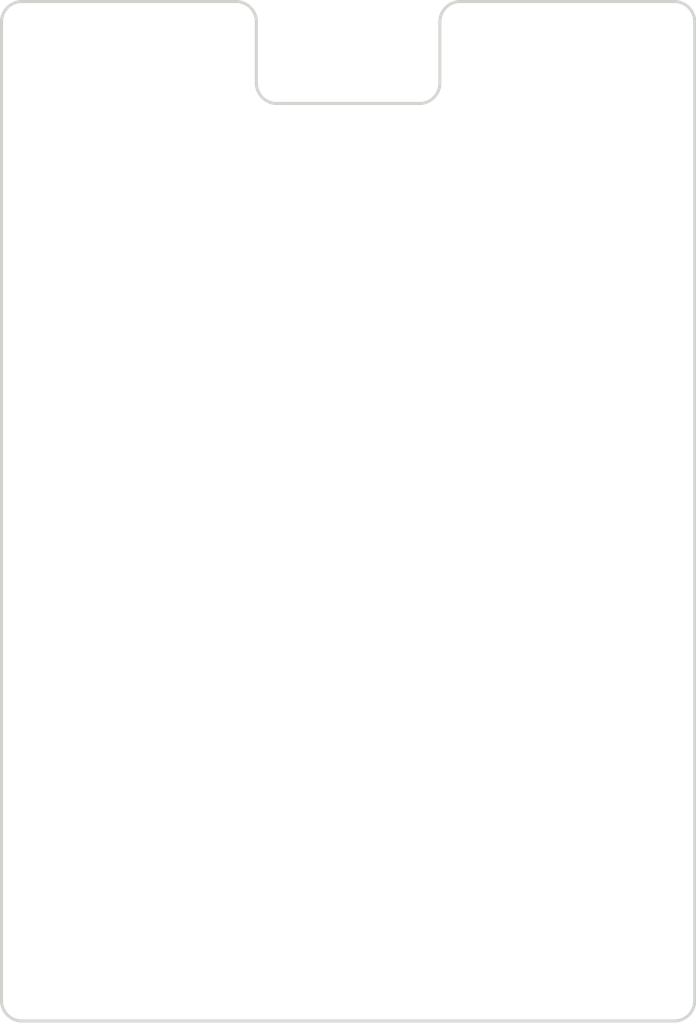
<source format=kicad_pcb>
(kicad_pcb (version 20211014) (generator pcbnew)
  (title_block (title "centerplate/ortho_wings") (rev "v1.0.0") (company "Unknown"))
  (layers (0 "F.Cu" signal) (31 "B.Cu" signal) (34 "B.Paste" user) (35 "F.Paste" user) (36 "B.SilkS" user "B.Silkscreen") (37 "F.SilkS" user "F.Silkscreen") (38 "B.Mask" user) (39 "F.Mask" user) (44 "Edge.Cuts" user))
  (net 0 "")
  (footprint "0-jasonhazel-footprints:MountingHole_2.2mm_M2" (layer "F.Cu") (at 130.5 4.2)
    (fp_text reference "H4")
    (fp_text value "")
    (pad "" np_thru_hole circle (at 0 0) (size 2.2 2.2) (drill 2.2) (layers *.Cu *.Mask))
  )
  (footprint "0-jasonhazel-footprints:MountingHole_2.2mm_M2" (layer "F.Cu") (at 103.5 4.2)
    (fp_text reference "H3")
    (fp_text value "")
    (pad "" np_thru_hole circle (at 0 0) (size 2.2 2.2) (drill 2.2) (layers *.Cu *.Mask))
  )
  (footprint "0-jasonhazel-footprints:MountingHole_2.2mm_M2" (layer "F.Cu") (at 130.5 -39.4)
    (fp_text reference "H2")
    (fp_text value "")
    (pad "" np_thru_hole circle (at 0 0) (size 2.2 2.2) (drill 2.2) (layers *.Cu *.Mask))
  )
  (footprint "0-jasonhazel-footprints:MountingHole_2.2mm_M2" (layer "F.Cu") (at 103.5 -39.4)
    (fp_text reference "H1")
    (fp_text value "")
    (pad "" np_thru_hole circle (at 0 0) (size 2.2 2.2) (drill 2.2) (layers *.Cu *.Mask))
  )
  (footprint "0-jasonhazel-footprints:MountingHole_2.2mm_M2" (layer "F.Cu") (at 122 4)
    (fp_text reference "RESET1")
    (fp_text value "")
    (pad "" np_thru_hole circle (at 0 0) (size 2.2 2.2) (drill 2.2) (layers *.Cu *.Mask))
  )
  (gr_arc (start 121.5 -38.5) (mid 121.207107 -37.792893) (end 120.5 -37.5) (layer "Edge.Cuts") (width 0.15))
  (gr_line (start 112.5 -41.5) (end 112.5 -38.5) (layer "Edge.Cuts") (width 0.15))
  (gr_arc (start 100 -41.5) (mid 100.292893 -42.207107) (end 101 -42.5) (layer "Edge.Cuts") (width 0.15))
  (gr_line (start 121.5 -38.5) (end 121.5 -41.5) (layer "Edge.Cuts") (width 0.15))
  (gr_line (start 101 -42.5) (end 111.5 -42.5) (layer "Edge.Cuts") (width 0.15))
  (gr_arc (start 134 6.5) (mid 133.707107 7.207107) (end 133 7.5) (layer "Edge.Cuts") (width 0.15))
  (gr_arc (start 133 -42.5) (mid 133.707107 -42.207107) (end 134 -41.5) (layer "Edge.Cuts") (width 0.15))
  (gr_line (start 113.5 -37.5) (end 120.5 -37.5) (layer "Edge.Cuts") (width 0.15))
  (gr_arc (start 113.5 -37.5) (mid 112.792893 -37.792893) (end 112.5 -38.5) (layer "Edge.Cuts") (width 0.15))
  (gr_line (start 133 7.5) (end 101 7.5) (layer "Edge.Cuts") (width 0.15))
  (gr_arc (start 101 7.5) (mid 100.292893 7.207107) (end 100 6.5) (layer "Edge.Cuts") (width 0.15))
  (gr_arc (start 121.5 -41.5) (mid 121.792893 -42.207107) (end 122.5 -42.5) (layer "Edge.Cuts") (width 0.15))
  (gr_line (start 134 -41.5) (end 134 6.5) (layer "Edge.Cuts") (width 0.15))
  (gr_line (start 100 6.5) (end 100 -41.5) (layer "Edge.Cuts") (width 0.15))
  (gr_line (start 122.5 -42.5) (end 133 -42.5) (layer "Edge.Cuts") (width 0.15))
  (gr_arc (start 111.5 -42.5) (mid 112.207107 -42.207107) (end 112.5 -41.5) (layer "Edge.Cuts") (width 0.15))
)
</source>
